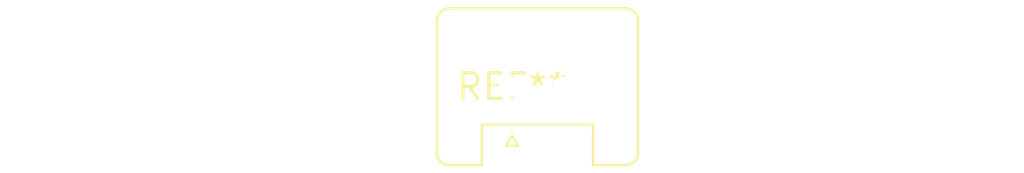
<source format=kicad_pcb>
(kicad_pcb (version 20240108) (generator pcbnew)
  (layers (0 "F.Cu" signal) (31 "B.Cu" signal) (34 "B.Paste" user) (35 "F.Paste" user) (36 "B.SilkS" user "B.Silkscreen") (37 "F.SilkS" user "F.Silkscreen") (38 "B.Mask" user) (39 "F.Mask" user) (44 "Edge.Cuts" user))
  (net 0 "")
  (footprint "Stocko_MKS_1651-6-0-202_1x2_P2.50mm_Vertical" (layer "F.Cu") (at 0 0)
    (property "Reference" "REF**")
    (property "Value" "Stocko_MKS_1651-6-0-202_1x2_P2.50mm_Vertical")
    (fp_line (start -3.71 -3.25) (end -3.71 3.25) (layer "F.SilkS") (stroke (width 0.12)))
    (fp_line (start -3.1 -3.86) (end 5.6 -3.86) (layer "F.SilkS") (stroke (width 0.12)))
    (fp_line (start -3.1 3.86) (end -1.49 3.86) (layer "F.SilkS") (stroke (width 0.12)))
    (fp_line (start -1.49 1.86) (end 3.99 1.86) (layer "F.SilkS") (stroke (width 0.12)))
    (fp_line (start -1.49 3.86) (end -1.49 1.86) (layer "F.SilkS") (stroke (width 0.12)))
    (fp_line (start -0.3 2.9) (end 0.3 2.9) (layer "F.SilkS") (stroke (width 0.12)))
    (fp_line (start 0 2.4) (end -0.3 2.9) (layer "F.SilkS") (stroke (width 0.12)))
    (fp_line (start 0.3 2.9) (end 0 2.4) (layer "F.SilkS") (stroke (width 0.12)))
    (fp_line (start 3.99 3.86) (end 3.99 1.86) (layer "F.SilkS") (stroke (width 0.12)))
    (fp_line (start 5.6 3.86) (end 3.99 3.86) (layer "F.SilkS") (stroke (width 0.12)))
    (fp_line (start 6.21 -3.25) (end 6.21 3.25) (layer "F.SilkS") (stroke (width 0.12)))
    (fp_arc (start -3.71 -3.25) (mid -3.531335 -3.681335) (end -3.1 -3.86) (layer "F.SilkS") (stroke (width 0.12)))
    (fp_arc (start -3.1 3.86) (mid -3.531335 3.681335) (end -3.71 3.25) (layer "F.SilkS") (stroke (width 0.12)))
    (fp_arc (start 5.6 -3.86) (mid 6.031335 -3.681335) (end 6.21 -3.25) (layer "F.SilkS") (stroke (width 0.12)))
    (fp_arc (start 6.21 3.25) (mid 6.031335 3.681335) (end 5.6 3.86) (layer "F.SilkS") (stroke (width 0.12)))
    (pad "1" thru_hole roundrect (at 0 0) (size 1.5 2) (drill 1) (layers *.Cu *.Mask) (remove_unused_layers))
    (pad "2" thru_hole oval (at 2.5 0) (size 1.5 2) (drill 1) (layers *.Cu *.Mask) (remove_unused_layers))
  )
)
</source>
